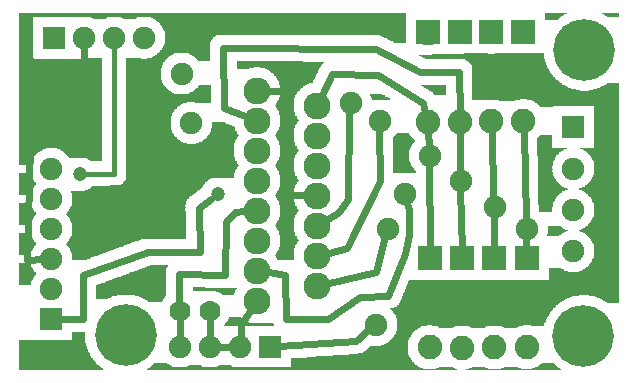
<source format=gbl>
G04 MADE WITH FRITZING*
G04 WWW.FRITZING.ORG*
G04 DOUBLE SIDED*
G04 HOLES PLATED*
G04 CONTOUR ON CENTER OF CONTOUR VECTOR*
%ASAXBY*%
%FSLAX23Y23*%
%MOIN*%
%OFA0B0*%
%SFA1.0B1.0*%
%ADD10C,0.075000*%
%ADD11C,0.090000*%
%ADD12C,0.082000*%
%ADD13C,0.070000*%
%ADD14C,0.205354*%
%ADD15C,0.047244*%
%ADD16R,0.075000X0.075000*%
%ADD17R,0.082000X0.082000*%
%ADD18C,0.024000*%
%ADD19C,0.016000*%
%LNCOPPER0*%
G90*
G70*
G54D10*
X77Y966D03*
X432Y297D03*
X1573Y1000D03*
G54D11*
X798Y936D03*
X998Y886D03*
X798Y836D03*
X998Y786D03*
X798Y736D03*
X998Y686D03*
X798Y636D03*
X998Y586D03*
X798Y536D03*
X998Y486D03*
X798Y436D03*
X998Y386D03*
X798Y336D03*
X998Y286D03*
X798Y236D03*
G54D10*
X1852Y814D03*
X1852Y676D03*
X1852Y539D03*
X1852Y401D03*
G54D12*
X1697Y378D03*
X1697Y80D03*
X1589Y378D03*
X1589Y80D03*
X1482Y377D03*
X1482Y79D03*
X1373Y378D03*
X1373Y80D03*
X1686Y1132D03*
X1686Y834D03*
X1579Y1132D03*
X1579Y834D03*
X1473Y1131D03*
X1473Y833D03*
X1367Y1129D03*
X1367Y831D03*
G54D10*
X841Y83D03*
X741Y83D03*
X641Y83D03*
X541Y83D03*
X122Y1112D03*
X222Y1112D03*
X322Y1112D03*
X422Y1112D03*
X112Y175D03*
X112Y275D03*
X112Y375D03*
X112Y475D03*
X112Y575D03*
X112Y675D03*
G54D13*
X641Y202D03*
X541Y202D03*
G54D14*
X1889Y1071D03*
X1886Y119D03*
X360Y121D03*
G54D10*
X1375Y719D03*
X1478Y634D03*
X1591Y547D03*
X1699Y475D03*
X1236Y476D03*
X1291Y593D03*
X1196Y156D03*
X1111Y894D03*
X1209Y836D03*
X579Y828D03*
X547Y993D03*
G54D15*
X667Y591D03*
X209Y657D03*
G54D16*
X1852Y814D03*
G54D17*
X1697Y379D03*
X1589Y379D03*
X1482Y378D03*
X1373Y379D03*
X1686Y1133D03*
X1579Y1133D03*
X1473Y1132D03*
X1367Y1130D03*
G54D16*
X841Y83D03*
X122Y1112D03*
X112Y175D03*
G54D18*
X1373Y410D02*
X1371Y695D01*
D02*
X1370Y752D02*
X1368Y799D01*
D02*
X1473Y667D02*
X1473Y801D01*
D02*
X1481Y409D02*
X1474Y609D01*
D02*
X1580Y802D02*
X1586Y580D01*
D02*
X1589Y410D02*
X1587Y523D01*
D02*
X1696Y411D02*
X1695Y451D01*
D02*
X1694Y508D02*
X1687Y802D01*
D02*
X1196Y330D02*
X1225Y453D01*
D02*
X1038Y295D02*
X1196Y330D01*
D02*
X1305Y538D02*
X1295Y570D01*
D02*
X1305Y456D02*
X1305Y538D01*
D02*
X1291Y391D02*
X1305Y456D01*
D02*
X1140Y247D02*
X1234Y253D01*
D02*
X1234Y253D02*
X1291Y391D01*
D02*
X1036Y174D02*
X1140Y247D01*
D02*
X896Y174D02*
X1036Y174D01*
D02*
X891Y323D02*
X896Y174D01*
D02*
X838Y330D02*
X891Y323D01*
D02*
X1049Y992D02*
X1016Y923D01*
D02*
X1202Y987D02*
X1049Y992D01*
D02*
X1351Y895D02*
X1202Y987D01*
D02*
X1359Y862D02*
X1351Y895D01*
D02*
X1127Y103D02*
X1171Y141D01*
D02*
X870Y85D02*
X1127Y103D01*
D02*
X901Y587D02*
X903Y934D01*
D02*
X903Y934D02*
X839Y935D01*
D02*
X956Y587D02*
X901Y587D01*
D02*
X670Y83D02*
X712Y83D01*
D02*
X746Y159D02*
X775Y202D01*
D02*
X743Y111D02*
X746Y159D01*
D02*
X1342Y999D02*
X1194Y1076D01*
D02*
X1194Y1076D02*
X685Y1079D01*
D02*
X685Y1079D02*
X689Y879D01*
D02*
X689Y879D02*
X759Y851D01*
D02*
X1472Y997D02*
X1342Y999D01*
D02*
X1473Y865D02*
X1472Y997D01*
D02*
X1100Y574D02*
X1106Y870D01*
D02*
X1071Y530D02*
X1100Y574D01*
D02*
X1033Y507D02*
X1071Y530D01*
D02*
X1207Y634D02*
X1205Y811D01*
D02*
X1098Y410D02*
X1207Y634D01*
D02*
X1038Y395D02*
X1098Y410D01*
D02*
X539Y324D02*
X692Y322D01*
D02*
X694Y497D02*
X724Y532D01*
D02*
X692Y322D02*
X694Y497D01*
D02*
X724Y532D02*
X756Y534D01*
D02*
X541Y111D02*
X539Y324D01*
D02*
X541Y176D02*
X541Y111D01*
D02*
X217Y320D02*
X217Y176D01*
D02*
X217Y176D02*
X141Y175D01*
D02*
X433Y399D02*
X217Y320D01*
D02*
X608Y399D02*
X433Y399D01*
D02*
X603Y544D02*
X608Y399D01*
D02*
X643Y575D02*
X603Y544D01*
D02*
X641Y176D02*
X641Y111D01*
G54D19*
D02*
X322Y659D02*
X231Y658D01*
D02*
X322Y1089D02*
X322Y659D01*
G54D18*
D02*
X258Y974D02*
X256Y762D01*
D02*
X32Y372D02*
X83Y374D01*
D02*
X40Y759D02*
X32Y372D01*
D02*
X256Y762D02*
X40Y759D01*
D02*
X220Y1010D02*
X258Y974D01*
D02*
X221Y1084D02*
X220Y1010D01*
G36*
X1758Y1196D02*
X1758Y1170D01*
X1798Y1170D01*
X1798Y1172D01*
X1800Y1172D01*
X1800Y1174D01*
X1802Y1174D01*
X1802Y1176D01*
X1804Y1176D01*
X1804Y1178D01*
X1808Y1178D01*
X1808Y1180D01*
X1810Y1180D01*
X1810Y1182D01*
X1812Y1182D01*
X1812Y1184D01*
X1816Y1184D01*
X1816Y1186D01*
X1818Y1186D01*
X1818Y1188D01*
X1822Y1188D01*
X1822Y1190D01*
X1826Y1190D01*
X1826Y1192D01*
X1830Y1192D01*
X1830Y1194D01*
X1834Y1194D01*
X1834Y1196D01*
X1758Y1196D01*
G37*
D02*
G36*
X1944Y1196D02*
X1944Y1194D01*
X1948Y1194D01*
X1948Y1192D01*
X1952Y1192D01*
X1952Y1190D01*
X1956Y1190D01*
X1956Y1188D01*
X1958Y1188D01*
X1958Y1186D01*
X1962Y1186D01*
X1962Y1184D01*
X1964Y1184D01*
X1964Y1182D01*
X2006Y1182D01*
X2006Y1196D01*
X1944Y1196D01*
G37*
D02*
G36*
X4Y1196D02*
X4Y1182D01*
X438Y1182D01*
X438Y1180D01*
X444Y1180D01*
X444Y1178D01*
X450Y1178D01*
X450Y1176D01*
X454Y1176D01*
X454Y1174D01*
X458Y1174D01*
X458Y1172D01*
X460Y1172D01*
X460Y1170D01*
X462Y1170D01*
X462Y1168D01*
X466Y1168D01*
X466Y1166D01*
X468Y1166D01*
X468Y1164D01*
X470Y1164D01*
X470Y1162D01*
X472Y1162D01*
X472Y1160D01*
X474Y1160D01*
X474Y1158D01*
X476Y1158D01*
X476Y1156D01*
X478Y1156D01*
X478Y1152D01*
X480Y1152D01*
X480Y1150D01*
X482Y1150D01*
X482Y1146D01*
X484Y1146D01*
X484Y1142D01*
X486Y1142D01*
X486Y1138D01*
X488Y1138D01*
X488Y1134D01*
X490Y1134D01*
X490Y1124D01*
X492Y1124D01*
X492Y1122D01*
X966Y1122D01*
X966Y1120D01*
X1208Y1120D01*
X1208Y1118D01*
X1214Y1118D01*
X1214Y1116D01*
X1218Y1116D01*
X1218Y1114D01*
X1222Y1114D01*
X1222Y1112D01*
X1226Y1112D01*
X1226Y1110D01*
X1230Y1110D01*
X1230Y1108D01*
X1234Y1108D01*
X1234Y1106D01*
X1238Y1106D01*
X1238Y1104D01*
X1242Y1104D01*
X1242Y1102D01*
X1246Y1102D01*
X1246Y1100D01*
X1250Y1100D01*
X1250Y1098D01*
X1254Y1098D01*
X1254Y1096D01*
X1294Y1096D01*
X1294Y1196D01*
X4Y1196D01*
G37*
D02*
G36*
X4Y1182D02*
X4Y1042D01*
X54Y1042D01*
X54Y1044D01*
X52Y1044D01*
X52Y1182D01*
X4Y1182D01*
G37*
D02*
G36*
X238Y1182D02*
X238Y1180D01*
X244Y1180D01*
X244Y1178D01*
X250Y1178D01*
X250Y1176D01*
X294Y1176D01*
X294Y1178D01*
X298Y1178D01*
X298Y1180D01*
X306Y1180D01*
X306Y1182D01*
X238Y1182D01*
G37*
D02*
G36*
X338Y1182D02*
X338Y1180D01*
X344Y1180D01*
X344Y1178D01*
X350Y1178D01*
X350Y1176D01*
X394Y1176D01*
X394Y1178D01*
X398Y1178D01*
X398Y1180D01*
X406Y1180D01*
X406Y1182D01*
X338Y1182D01*
G37*
D02*
G36*
X492Y1122D02*
X492Y1102D01*
X490Y1102D01*
X490Y1092D01*
X488Y1092D01*
X488Y1086D01*
X486Y1086D01*
X486Y1082D01*
X484Y1082D01*
X484Y1078D01*
X482Y1078D01*
X482Y1076D01*
X480Y1076D01*
X480Y1072D01*
X478Y1072D01*
X478Y1070D01*
X476Y1070D01*
X476Y1068D01*
X474Y1068D01*
X474Y1064D01*
X472Y1064D01*
X472Y1062D01*
X564Y1062D01*
X564Y1060D01*
X570Y1060D01*
X570Y1058D01*
X576Y1058D01*
X576Y1056D01*
X578Y1056D01*
X578Y1054D01*
X582Y1054D01*
X582Y1052D01*
X586Y1052D01*
X586Y1050D01*
X588Y1050D01*
X588Y1048D01*
X590Y1048D01*
X590Y1046D01*
X592Y1046D01*
X592Y1044D01*
X596Y1044D01*
X596Y1042D01*
X598Y1042D01*
X598Y1038D01*
X600Y1038D01*
X600Y1036D01*
X602Y1036D01*
X602Y1034D01*
X642Y1034D01*
X642Y1056D01*
X640Y1056D01*
X640Y1090D01*
X642Y1090D01*
X642Y1098D01*
X644Y1098D01*
X644Y1102D01*
X646Y1102D01*
X646Y1106D01*
X648Y1106D01*
X648Y1108D01*
X650Y1108D01*
X650Y1112D01*
X652Y1112D01*
X652Y1114D01*
X656Y1114D01*
X656Y1116D01*
X658Y1116D01*
X658Y1118D01*
X662Y1118D01*
X662Y1120D01*
X666Y1120D01*
X666Y1122D01*
X492Y1122D01*
G37*
D02*
G36*
X468Y1062D02*
X468Y1060D01*
X466Y1060D01*
X466Y1058D01*
X464Y1058D01*
X464Y1056D01*
X462Y1056D01*
X462Y1054D01*
X458Y1054D01*
X458Y1052D01*
X456Y1052D01*
X456Y1050D01*
X452Y1050D01*
X452Y1048D01*
X448Y1048D01*
X448Y1046D01*
X442Y1046D01*
X442Y1044D01*
X432Y1044D01*
X432Y1042D01*
X498Y1042D01*
X498Y1044D01*
X500Y1044D01*
X500Y1046D01*
X502Y1046D01*
X502Y1048D01*
X506Y1048D01*
X506Y1050D01*
X508Y1050D01*
X508Y1052D01*
X510Y1052D01*
X510Y1054D01*
X514Y1054D01*
X514Y1056D01*
X518Y1056D01*
X518Y1058D01*
X522Y1058D01*
X522Y1060D01*
X530Y1060D01*
X530Y1062D01*
X468Y1062D01*
G37*
D02*
G36*
X242Y1046D02*
X242Y1044D01*
X232Y1044D01*
X232Y1042D01*
X282Y1042D01*
X282Y1046D01*
X242Y1046D01*
G37*
D02*
G36*
X362Y1046D02*
X362Y1042D01*
X412Y1042D01*
X412Y1044D01*
X402Y1044D01*
X402Y1046D01*
X362Y1046D01*
G37*
D02*
G36*
X4Y1042D02*
X4Y1040D01*
X282Y1040D01*
X282Y1042D01*
X4Y1042D01*
G37*
D02*
G36*
X4Y1042D02*
X4Y1040D01*
X282Y1040D01*
X282Y1042D01*
X4Y1042D01*
G37*
D02*
G36*
X362Y1042D02*
X362Y1040D01*
X496Y1040D01*
X496Y1042D01*
X362Y1042D01*
G37*
D02*
G36*
X362Y1042D02*
X362Y1040D01*
X496Y1040D01*
X496Y1042D01*
X362Y1042D01*
G37*
D02*
G36*
X4Y1040D02*
X4Y744D01*
X130Y744D01*
X130Y742D01*
X136Y742D01*
X136Y740D01*
X140Y740D01*
X140Y738D01*
X144Y738D01*
X144Y736D01*
X148Y736D01*
X148Y734D01*
X150Y734D01*
X150Y732D01*
X154Y732D01*
X154Y730D01*
X156Y730D01*
X156Y728D01*
X158Y728D01*
X158Y726D01*
X160Y726D01*
X160Y724D01*
X162Y724D01*
X162Y722D01*
X164Y722D01*
X164Y720D01*
X166Y720D01*
X166Y718D01*
X168Y718D01*
X168Y716D01*
X170Y716D01*
X170Y712D01*
X226Y712D01*
X226Y710D01*
X232Y710D01*
X232Y708D01*
X236Y708D01*
X236Y706D01*
X238Y706D01*
X238Y704D01*
X242Y704D01*
X242Y702D01*
X282Y702D01*
X282Y1040D01*
X4Y1040D01*
G37*
D02*
G36*
X362Y1040D02*
X362Y924D01*
X528Y924D01*
X528Y926D01*
X522Y926D01*
X522Y928D01*
X516Y928D01*
X516Y930D01*
X514Y930D01*
X514Y932D01*
X510Y932D01*
X510Y934D01*
X506Y934D01*
X506Y936D01*
X504Y936D01*
X504Y938D01*
X502Y938D01*
X502Y940D01*
X500Y940D01*
X500Y942D01*
X498Y942D01*
X498Y944D01*
X496Y944D01*
X496Y946D01*
X494Y946D01*
X494Y948D01*
X492Y948D01*
X492Y950D01*
X490Y950D01*
X490Y952D01*
X488Y952D01*
X488Y956D01*
X486Y956D01*
X486Y960D01*
X484Y960D01*
X484Y962D01*
X482Y962D01*
X482Y968D01*
X480Y968D01*
X480Y972D01*
X478Y972D01*
X478Y1012D01*
X480Y1012D01*
X480Y1018D01*
X482Y1018D01*
X482Y1022D01*
X484Y1022D01*
X484Y1026D01*
X486Y1026D01*
X486Y1030D01*
X488Y1030D01*
X488Y1032D01*
X490Y1032D01*
X490Y1036D01*
X492Y1036D01*
X492Y1038D01*
X494Y1038D01*
X494Y1040D01*
X362Y1040D01*
G37*
D02*
G36*
X604Y954D02*
X604Y952D01*
X602Y952D01*
X602Y948D01*
X600Y948D01*
X600Y946D01*
X598Y946D01*
X598Y944D01*
X596Y944D01*
X596Y942D01*
X594Y942D01*
X594Y940D01*
X592Y940D01*
X592Y938D01*
X588Y938D01*
X588Y936D01*
X586Y936D01*
X586Y934D01*
X584Y934D01*
X584Y932D01*
X580Y932D01*
X580Y930D01*
X576Y930D01*
X576Y928D01*
X572Y928D01*
X572Y926D01*
X566Y926D01*
X566Y924D01*
X644Y924D01*
X644Y954D01*
X604Y954D01*
G37*
D02*
G36*
X362Y924D02*
X362Y922D01*
X644Y922D01*
X644Y924D01*
X362Y924D01*
G37*
D02*
G36*
X362Y924D02*
X362Y922D01*
X644Y922D01*
X644Y924D01*
X362Y924D01*
G37*
D02*
G36*
X362Y922D02*
X362Y898D01*
X592Y898D01*
X592Y896D01*
X600Y896D01*
X600Y894D01*
X644Y894D01*
X644Y922D01*
X362Y922D01*
G37*
D02*
G36*
X362Y898D02*
X362Y758D01*
X564Y758D01*
X564Y760D01*
X558Y760D01*
X558Y762D01*
X552Y762D01*
X552Y764D01*
X548Y764D01*
X548Y766D01*
X544Y766D01*
X544Y768D01*
X542Y768D01*
X542Y770D01*
X538Y770D01*
X538Y772D01*
X536Y772D01*
X536Y774D01*
X534Y774D01*
X534Y776D01*
X532Y776D01*
X532Y778D01*
X530Y778D01*
X530Y780D01*
X528Y780D01*
X528Y782D01*
X526Y782D01*
X526Y784D01*
X524Y784D01*
X524Y786D01*
X522Y786D01*
X522Y788D01*
X520Y788D01*
X520Y792D01*
X518Y792D01*
X518Y796D01*
X516Y796D01*
X516Y800D01*
X514Y800D01*
X514Y804D01*
X512Y804D01*
X512Y810D01*
X510Y810D01*
X510Y846D01*
X512Y846D01*
X512Y852D01*
X514Y852D01*
X514Y856D01*
X516Y856D01*
X516Y860D01*
X518Y860D01*
X518Y864D01*
X520Y864D01*
X520Y866D01*
X522Y866D01*
X522Y870D01*
X524Y870D01*
X524Y872D01*
X526Y872D01*
X526Y874D01*
X528Y874D01*
X528Y876D01*
X530Y876D01*
X530Y878D01*
X532Y878D01*
X532Y880D01*
X534Y880D01*
X534Y882D01*
X536Y882D01*
X536Y884D01*
X538Y884D01*
X538Y886D01*
X542Y886D01*
X542Y888D01*
X544Y888D01*
X544Y890D01*
X548Y890D01*
X548Y892D01*
X552Y892D01*
X552Y894D01*
X558Y894D01*
X558Y896D01*
X566Y896D01*
X566Y898D01*
X362Y898D01*
G37*
D02*
G36*
X648Y830D02*
X648Y810D01*
X646Y810D01*
X646Y802D01*
X644Y802D01*
X644Y798D01*
X642Y798D01*
X642Y794D01*
X640Y794D01*
X640Y792D01*
X638Y792D01*
X638Y788D01*
X636Y788D01*
X636Y786D01*
X634Y786D01*
X634Y784D01*
X632Y784D01*
X632Y782D01*
X630Y782D01*
X630Y778D01*
X628Y778D01*
X628Y776D01*
X624Y776D01*
X624Y774D01*
X622Y774D01*
X622Y772D01*
X620Y772D01*
X620Y770D01*
X618Y770D01*
X618Y768D01*
X614Y768D01*
X614Y766D01*
X610Y766D01*
X610Y764D01*
X606Y764D01*
X606Y762D01*
X602Y762D01*
X602Y760D01*
X594Y760D01*
X594Y758D01*
X722Y758D01*
X722Y760D01*
X724Y760D01*
X724Y764D01*
X726Y764D01*
X726Y770D01*
X728Y770D01*
X728Y774D01*
X730Y774D01*
X730Y776D01*
X732Y776D01*
X732Y780D01*
X734Y780D01*
X734Y782D01*
X736Y782D01*
X736Y784D01*
X738Y784D01*
X738Y788D01*
X736Y788D01*
X736Y790D01*
X734Y790D01*
X734Y792D01*
X732Y792D01*
X732Y796D01*
X730Y796D01*
X730Y800D01*
X728Y800D01*
X728Y802D01*
X726Y802D01*
X726Y808D01*
X724Y808D01*
X724Y814D01*
X722Y814D01*
X722Y816D01*
X720Y816D01*
X720Y818D01*
X714Y818D01*
X714Y820D01*
X710Y820D01*
X710Y822D01*
X704Y822D01*
X704Y824D01*
X700Y824D01*
X700Y826D01*
X694Y826D01*
X694Y828D01*
X690Y828D01*
X690Y830D01*
X648Y830D01*
G37*
D02*
G36*
X362Y758D02*
X362Y756D01*
X722Y756D01*
X722Y758D01*
X362Y758D01*
G37*
D02*
G36*
X362Y758D02*
X362Y756D01*
X722Y756D01*
X722Y758D01*
X362Y758D01*
G37*
D02*
G36*
X362Y756D02*
X362Y644D01*
X360Y644D01*
X360Y638D01*
X358Y638D01*
X358Y634D01*
X356Y634D01*
X356Y632D01*
X354Y632D01*
X354Y630D01*
X352Y630D01*
X352Y628D01*
X350Y628D01*
X350Y626D01*
X348Y626D01*
X348Y624D01*
X344Y624D01*
X344Y622D01*
X340Y622D01*
X340Y620D01*
X308Y620D01*
X308Y618D01*
X248Y618D01*
X248Y616D01*
X246Y616D01*
X246Y614D01*
X244Y614D01*
X244Y612D01*
X242Y612D01*
X242Y610D01*
X240Y610D01*
X240Y608D01*
X236Y608D01*
X236Y606D01*
X232Y606D01*
X232Y604D01*
X226Y604D01*
X226Y602D01*
X178Y602D01*
X178Y596D01*
X180Y596D01*
X180Y588D01*
X182Y588D01*
X182Y562D01*
X180Y562D01*
X180Y552D01*
X178Y552D01*
X178Y548D01*
X176Y548D01*
X176Y544D01*
X174Y544D01*
X174Y540D01*
X172Y540D01*
X172Y536D01*
X170Y536D01*
X170Y534D01*
X168Y534D01*
X168Y532D01*
X166Y532D01*
X166Y530D01*
X164Y530D01*
X164Y526D01*
X162Y526D01*
X162Y522D01*
X164Y522D01*
X164Y520D01*
X166Y520D01*
X166Y518D01*
X168Y518D01*
X168Y516D01*
X170Y516D01*
X170Y512D01*
X172Y512D01*
X172Y510D01*
X174Y510D01*
X174Y506D01*
X176Y506D01*
X176Y502D01*
X178Y502D01*
X178Y496D01*
X180Y496D01*
X180Y488D01*
X182Y488D01*
X182Y462D01*
X180Y462D01*
X180Y452D01*
X178Y452D01*
X178Y448D01*
X176Y448D01*
X176Y444D01*
X174Y444D01*
X174Y440D01*
X172Y440D01*
X172Y436D01*
X170Y436D01*
X170Y434D01*
X168Y434D01*
X168Y432D01*
X166Y432D01*
X166Y430D01*
X164Y430D01*
X164Y426D01*
X162Y426D01*
X162Y422D01*
X164Y422D01*
X164Y420D01*
X166Y420D01*
X166Y418D01*
X168Y418D01*
X168Y416D01*
X170Y416D01*
X170Y412D01*
X172Y412D01*
X172Y410D01*
X174Y410D01*
X174Y406D01*
X176Y406D01*
X176Y402D01*
X178Y402D01*
X178Y396D01*
X180Y396D01*
X180Y388D01*
X182Y388D01*
X182Y370D01*
X224Y370D01*
X224Y372D01*
X230Y372D01*
X230Y374D01*
X234Y374D01*
X234Y376D01*
X240Y376D01*
X240Y378D01*
X246Y378D01*
X246Y380D01*
X252Y380D01*
X252Y382D01*
X256Y382D01*
X256Y384D01*
X262Y384D01*
X262Y386D01*
X268Y386D01*
X268Y388D01*
X274Y388D01*
X274Y390D01*
X278Y390D01*
X278Y392D01*
X284Y392D01*
X284Y394D01*
X290Y394D01*
X290Y396D01*
X294Y396D01*
X294Y398D01*
X300Y398D01*
X300Y400D01*
X306Y400D01*
X306Y402D01*
X312Y402D01*
X312Y404D01*
X316Y404D01*
X316Y406D01*
X322Y406D01*
X322Y408D01*
X328Y408D01*
X328Y410D01*
X332Y410D01*
X332Y412D01*
X338Y412D01*
X338Y414D01*
X344Y414D01*
X344Y416D01*
X350Y416D01*
X350Y418D01*
X354Y418D01*
X354Y420D01*
X360Y420D01*
X360Y422D01*
X366Y422D01*
X366Y424D01*
X372Y424D01*
X372Y426D01*
X376Y426D01*
X376Y428D01*
X382Y428D01*
X382Y430D01*
X388Y430D01*
X388Y432D01*
X392Y432D01*
X392Y434D01*
X398Y434D01*
X398Y436D01*
X404Y436D01*
X404Y438D01*
X410Y438D01*
X410Y440D01*
X414Y440D01*
X414Y442D01*
X562Y442D01*
X562Y476D01*
X560Y476D01*
X560Y534D01*
X558Y534D01*
X558Y540D01*
X560Y540D01*
X560Y542D01*
X558Y542D01*
X558Y546D01*
X560Y546D01*
X560Y548D01*
X558Y548D01*
X558Y554D01*
X560Y554D01*
X560Y564D01*
X562Y564D01*
X562Y568D01*
X564Y568D01*
X564Y572D01*
X566Y572D01*
X566Y574D01*
X568Y574D01*
X568Y576D01*
X570Y576D01*
X570Y578D01*
X572Y578D01*
X572Y580D01*
X574Y580D01*
X574Y582D01*
X576Y582D01*
X576Y584D01*
X580Y584D01*
X580Y586D01*
X582Y586D01*
X582Y588D01*
X584Y588D01*
X584Y590D01*
X586Y590D01*
X586Y592D01*
X590Y592D01*
X590Y594D01*
X592Y594D01*
X592Y596D01*
X594Y596D01*
X594Y598D01*
X598Y598D01*
X598Y600D01*
X600Y600D01*
X600Y602D01*
X602Y602D01*
X602Y604D01*
X606Y604D01*
X606Y606D01*
X608Y606D01*
X608Y608D01*
X610Y608D01*
X610Y610D01*
X614Y610D01*
X614Y612D01*
X616Y612D01*
X616Y616D01*
X618Y616D01*
X618Y620D01*
X620Y620D01*
X620Y624D01*
X622Y624D01*
X622Y626D01*
X624Y626D01*
X624Y628D01*
X626Y628D01*
X626Y630D01*
X628Y630D01*
X628Y632D01*
X630Y632D01*
X630Y634D01*
X632Y634D01*
X632Y636D01*
X634Y636D01*
X634Y638D01*
X638Y638D01*
X638Y640D01*
X640Y640D01*
X640Y642D01*
X644Y642D01*
X644Y644D01*
X650Y644D01*
X650Y646D01*
X720Y646D01*
X720Y650D01*
X722Y650D01*
X722Y660D01*
X724Y660D01*
X724Y664D01*
X726Y664D01*
X726Y670D01*
X728Y670D01*
X728Y674D01*
X730Y674D01*
X730Y676D01*
X732Y676D01*
X732Y680D01*
X734Y680D01*
X734Y682D01*
X736Y682D01*
X736Y684D01*
X738Y684D01*
X738Y688D01*
X736Y688D01*
X736Y690D01*
X734Y690D01*
X734Y692D01*
X732Y692D01*
X732Y696D01*
X730Y696D01*
X730Y700D01*
X728Y700D01*
X728Y702D01*
X726Y702D01*
X726Y708D01*
X724Y708D01*
X724Y714D01*
X722Y714D01*
X722Y722D01*
X720Y722D01*
X720Y750D01*
X722Y750D01*
X722Y756D01*
X362Y756D01*
G37*
D02*
G36*
X4Y744D02*
X4Y688D01*
X44Y688D01*
X44Y696D01*
X46Y696D01*
X46Y702D01*
X48Y702D01*
X48Y706D01*
X50Y706D01*
X50Y710D01*
X52Y710D01*
X52Y712D01*
X54Y712D01*
X54Y716D01*
X56Y716D01*
X56Y718D01*
X58Y718D01*
X58Y720D01*
X60Y720D01*
X60Y722D01*
X62Y722D01*
X62Y724D01*
X64Y724D01*
X64Y726D01*
X66Y726D01*
X66Y728D01*
X68Y728D01*
X68Y730D01*
X70Y730D01*
X70Y732D01*
X74Y732D01*
X74Y734D01*
X76Y734D01*
X76Y736D01*
X80Y736D01*
X80Y738D01*
X84Y738D01*
X84Y740D01*
X88Y740D01*
X88Y742D01*
X94Y742D01*
X94Y744D01*
X4Y744D01*
G37*
D02*
G36*
X730Y1034D02*
X730Y1014D01*
X808Y1014D01*
X808Y1012D01*
X820Y1012D01*
X820Y1010D01*
X826Y1010D01*
X826Y1008D01*
X830Y1008D01*
X830Y1006D01*
X834Y1006D01*
X834Y1004D01*
X838Y1004D01*
X838Y1002D01*
X840Y1002D01*
X840Y1000D01*
X842Y1000D01*
X842Y998D01*
X846Y998D01*
X846Y996D01*
X848Y996D01*
X848Y994D01*
X850Y994D01*
X850Y992D01*
X852Y992D01*
X852Y990D01*
X854Y990D01*
X854Y988D01*
X856Y988D01*
X856Y986D01*
X858Y986D01*
X858Y984D01*
X860Y984D01*
X860Y980D01*
X862Y980D01*
X862Y978D01*
X864Y978D01*
X864Y974D01*
X866Y974D01*
X866Y972D01*
X868Y972D01*
X868Y968D01*
X870Y968D01*
X870Y962D01*
X872Y962D01*
X872Y956D01*
X874Y956D01*
X874Y916D01*
X872Y916D01*
X872Y910D01*
X870Y910D01*
X870Y906D01*
X868Y906D01*
X868Y902D01*
X866Y902D01*
X866Y898D01*
X864Y898D01*
X864Y894D01*
X862Y894D01*
X862Y892D01*
X860Y892D01*
X860Y888D01*
X858Y888D01*
X858Y884D01*
X860Y884D01*
X860Y880D01*
X862Y880D01*
X862Y878D01*
X864Y878D01*
X864Y874D01*
X866Y874D01*
X866Y872D01*
X868Y872D01*
X868Y868D01*
X870Y868D01*
X870Y862D01*
X872Y862D01*
X872Y856D01*
X874Y856D01*
X874Y816D01*
X872Y816D01*
X872Y810D01*
X870Y810D01*
X870Y806D01*
X868Y806D01*
X868Y802D01*
X866Y802D01*
X866Y798D01*
X864Y798D01*
X864Y794D01*
X862Y794D01*
X862Y792D01*
X860Y792D01*
X860Y788D01*
X858Y788D01*
X858Y784D01*
X860Y784D01*
X860Y780D01*
X862Y780D01*
X862Y778D01*
X864Y778D01*
X864Y774D01*
X866Y774D01*
X866Y772D01*
X868Y772D01*
X868Y768D01*
X870Y768D01*
X870Y762D01*
X872Y762D01*
X872Y756D01*
X874Y756D01*
X874Y716D01*
X872Y716D01*
X872Y710D01*
X870Y710D01*
X870Y706D01*
X868Y706D01*
X868Y702D01*
X866Y702D01*
X866Y698D01*
X864Y698D01*
X864Y694D01*
X862Y694D01*
X862Y692D01*
X860Y692D01*
X860Y688D01*
X858Y688D01*
X858Y684D01*
X860Y684D01*
X860Y680D01*
X862Y680D01*
X862Y678D01*
X864Y678D01*
X864Y674D01*
X866Y674D01*
X866Y672D01*
X868Y672D01*
X868Y668D01*
X870Y668D01*
X870Y662D01*
X872Y662D01*
X872Y656D01*
X874Y656D01*
X874Y616D01*
X872Y616D01*
X872Y610D01*
X870Y610D01*
X870Y606D01*
X868Y606D01*
X868Y602D01*
X866Y602D01*
X866Y598D01*
X864Y598D01*
X864Y594D01*
X862Y594D01*
X862Y592D01*
X860Y592D01*
X860Y588D01*
X858Y588D01*
X858Y584D01*
X860Y584D01*
X860Y580D01*
X862Y580D01*
X862Y578D01*
X864Y578D01*
X864Y574D01*
X866Y574D01*
X866Y572D01*
X868Y572D01*
X868Y568D01*
X870Y568D01*
X870Y562D01*
X872Y562D01*
X872Y556D01*
X874Y556D01*
X874Y516D01*
X872Y516D01*
X872Y510D01*
X870Y510D01*
X870Y506D01*
X868Y506D01*
X868Y502D01*
X866Y502D01*
X866Y498D01*
X864Y498D01*
X864Y494D01*
X862Y494D01*
X862Y492D01*
X860Y492D01*
X860Y488D01*
X858Y488D01*
X858Y484D01*
X860Y484D01*
X860Y480D01*
X862Y480D01*
X862Y478D01*
X864Y478D01*
X864Y474D01*
X866Y474D01*
X866Y472D01*
X868Y472D01*
X868Y468D01*
X870Y468D01*
X870Y462D01*
X872Y462D01*
X872Y456D01*
X874Y456D01*
X874Y416D01*
X872Y416D01*
X872Y410D01*
X870Y410D01*
X870Y406D01*
X868Y406D01*
X868Y402D01*
X866Y402D01*
X866Y398D01*
X864Y398D01*
X864Y394D01*
X862Y394D01*
X862Y392D01*
X860Y392D01*
X860Y388D01*
X858Y388D01*
X858Y384D01*
X860Y384D01*
X860Y380D01*
X862Y380D01*
X862Y378D01*
X864Y378D01*
X864Y374D01*
X866Y374D01*
X866Y372D01*
X872Y372D01*
X872Y370D01*
X922Y370D01*
X922Y372D01*
X920Y372D01*
X920Y400D01*
X922Y400D01*
X922Y410D01*
X924Y410D01*
X924Y414D01*
X926Y414D01*
X926Y420D01*
X928Y420D01*
X928Y424D01*
X930Y424D01*
X930Y426D01*
X932Y426D01*
X932Y430D01*
X934Y430D01*
X934Y432D01*
X936Y432D01*
X936Y434D01*
X938Y434D01*
X938Y438D01*
X936Y438D01*
X936Y440D01*
X934Y440D01*
X934Y442D01*
X932Y442D01*
X932Y446D01*
X930Y446D01*
X930Y450D01*
X928Y450D01*
X928Y452D01*
X926Y452D01*
X926Y458D01*
X924Y458D01*
X924Y464D01*
X922Y464D01*
X922Y472D01*
X920Y472D01*
X920Y500D01*
X922Y500D01*
X922Y510D01*
X924Y510D01*
X924Y514D01*
X926Y514D01*
X926Y520D01*
X928Y520D01*
X928Y524D01*
X930Y524D01*
X930Y526D01*
X932Y526D01*
X932Y530D01*
X934Y530D01*
X934Y532D01*
X936Y532D01*
X936Y534D01*
X938Y534D01*
X938Y538D01*
X936Y538D01*
X936Y540D01*
X934Y540D01*
X934Y542D01*
X932Y542D01*
X932Y546D01*
X930Y546D01*
X930Y550D01*
X928Y550D01*
X928Y552D01*
X926Y552D01*
X926Y558D01*
X924Y558D01*
X924Y564D01*
X922Y564D01*
X922Y572D01*
X920Y572D01*
X920Y600D01*
X922Y600D01*
X922Y610D01*
X924Y610D01*
X924Y614D01*
X926Y614D01*
X926Y620D01*
X928Y620D01*
X928Y624D01*
X930Y624D01*
X930Y626D01*
X932Y626D01*
X932Y630D01*
X934Y630D01*
X934Y632D01*
X936Y632D01*
X936Y634D01*
X938Y634D01*
X938Y638D01*
X936Y638D01*
X936Y640D01*
X934Y640D01*
X934Y642D01*
X932Y642D01*
X932Y646D01*
X930Y646D01*
X930Y650D01*
X928Y650D01*
X928Y652D01*
X926Y652D01*
X926Y658D01*
X924Y658D01*
X924Y664D01*
X922Y664D01*
X922Y672D01*
X920Y672D01*
X920Y700D01*
X922Y700D01*
X922Y710D01*
X924Y710D01*
X924Y714D01*
X926Y714D01*
X926Y720D01*
X928Y720D01*
X928Y724D01*
X930Y724D01*
X930Y726D01*
X932Y726D01*
X932Y730D01*
X934Y730D01*
X934Y732D01*
X936Y732D01*
X936Y734D01*
X938Y734D01*
X938Y738D01*
X936Y738D01*
X936Y740D01*
X934Y740D01*
X934Y742D01*
X932Y742D01*
X932Y746D01*
X930Y746D01*
X930Y750D01*
X928Y750D01*
X928Y752D01*
X926Y752D01*
X926Y758D01*
X924Y758D01*
X924Y764D01*
X922Y764D01*
X922Y772D01*
X920Y772D01*
X920Y800D01*
X922Y800D01*
X922Y810D01*
X924Y810D01*
X924Y814D01*
X926Y814D01*
X926Y820D01*
X928Y820D01*
X928Y824D01*
X930Y824D01*
X930Y826D01*
X932Y826D01*
X932Y830D01*
X934Y830D01*
X934Y832D01*
X936Y832D01*
X936Y834D01*
X938Y834D01*
X938Y838D01*
X936Y838D01*
X936Y840D01*
X934Y840D01*
X934Y842D01*
X932Y842D01*
X932Y846D01*
X930Y846D01*
X930Y850D01*
X928Y850D01*
X928Y852D01*
X926Y852D01*
X926Y858D01*
X924Y858D01*
X924Y864D01*
X922Y864D01*
X922Y872D01*
X920Y872D01*
X920Y900D01*
X922Y900D01*
X922Y910D01*
X924Y910D01*
X924Y914D01*
X926Y914D01*
X926Y920D01*
X928Y920D01*
X928Y924D01*
X930Y924D01*
X930Y926D01*
X932Y926D01*
X932Y930D01*
X934Y930D01*
X934Y932D01*
X936Y932D01*
X936Y934D01*
X938Y934D01*
X938Y936D01*
X940Y936D01*
X940Y940D01*
X942Y940D01*
X942Y942D01*
X944Y942D01*
X944Y944D01*
X948Y944D01*
X948Y946D01*
X950Y946D01*
X950Y948D01*
X952Y948D01*
X952Y950D01*
X954Y950D01*
X954Y952D01*
X958Y952D01*
X958Y954D01*
X962Y954D01*
X962Y956D01*
X966Y956D01*
X966Y958D01*
X970Y958D01*
X970Y960D01*
X976Y960D01*
X976Y962D01*
X984Y962D01*
X984Y966D01*
X986Y966D01*
X986Y970D01*
X988Y970D01*
X988Y974D01*
X990Y974D01*
X990Y978D01*
X992Y978D01*
X992Y982D01*
X994Y982D01*
X994Y986D01*
X996Y986D01*
X996Y990D01*
X998Y990D01*
X998Y994D01*
X1000Y994D01*
X1000Y1000D01*
X1002Y1000D01*
X1002Y1004D01*
X1004Y1004D01*
X1004Y1008D01*
X1006Y1008D01*
X1006Y1012D01*
X1008Y1012D01*
X1008Y1016D01*
X1010Y1016D01*
X1010Y1018D01*
X1012Y1018D01*
X1012Y1022D01*
X1014Y1022D01*
X1014Y1024D01*
X1016Y1024D01*
X1016Y1026D01*
X1018Y1026D01*
X1018Y1028D01*
X1020Y1028D01*
X1020Y1030D01*
X1024Y1030D01*
X1024Y1032D01*
X950Y1032D01*
X950Y1034D01*
X730Y1034D01*
G37*
D02*
G36*
X730Y1014D02*
X730Y1008D01*
X770Y1008D01*
X770Y1010D01*
X776Y1010D01*
X776Y1012D01*
X788Y1012D01*
X788Y1014D01*
X730Y1014D01*
G37*
D02*
G36*
X1346Y954D02*
X1346Y952D01*
X1350Y952D01*
X1350Y950D01*
X1352Y950D01*
X1352Y948D01*
X1356Y948D01*
X1356Y946D01*
X1360Y946D01*
X1360Y944D01*
X1362Y944D01*
X1362Y942D01*
X1366Y942D01*
X1366Y940D01*
X1368Y940D01*
X1368Y938D01*
X1372Y938D01*
X1372Y936D01*
X1376Y936D01*
X1376Y934D01*
X1378Y934D01*
X1378Y932D01*
X1382Y932D01*
X1382Y930D01*
X1384Y930D01*
X1384Y928D01*
X1386Y928D01*
X1386Y924D01*
X1388Y924D01*
X1388Y922D01*
X1428Y922D01*
X1428Y954D01*
X1346Y954D01*
G37*
D02*
G36*
X1174Y926D02*
X1174Y922D01*
X1176Y922D01*
X1176Y918D01*
X1178Y918D01*
X1178Y912D01*
X1180Y912D01*
X1180Y906D01*
X1242Y906D01*
X1242Y908D01*
X1240Y908D01*
X1240Y910D01*
X1236Y910D01*
X1236Y912D01*
X1234Y912D01*
X1234Y914D01*
X1230Y914D01*
X1230Y916D01*
X1226Y916D01*
X1226Y918D01*
X1224Y918D01*
X1224Y920D01*
X1220Y920D01*
X1220Y922D01*
X1216Y922D01*
X1216Y924D01*
X1214Y924D01*
X1214Y926D01*
X1174Y926D01*
G37*
D02*
G36*
X1264Y794D02*
X1264Y792D01*
X1262Y792D01*
X1262Y790D01*
X1260Y790D01*
X1260Y788D01*
X1258Y788D01*
X1258Y786D01*
X1256Y786D01*
X1256Y784D01*
X1254Y784D01*
X1254Y782D01*
X1252Y782D01*
X1252Y780D01*
X1250Y780D01*
X1250Y662D01*
X1328Y662D01*
X1328Y668D01*
X1326Y668D01*
X1326Y670D01*
X1324Y670D01*
X1324Y672D01*
X1322Y672D01*
X1322Y674D01*
X1320Y674D01*
X1320Y678D01*
X1318Y678D01*
X1318Y680D01*
X1316Y680D01*
X1316Y682D01*
X1314Y682D01*
X1314Y686D01*
X1312Y686D01*
X1312Y690D01*
X1310Y690D01*
X1310Y694D01*
X1308Y694D01*
X1308Y700D01*
X1306Y700D01*
X1306Y738D01*
X1308Y738D01*
X1308Y744D01*
X1310Y744D01*
X1310Y748D01*
X1312Y748D01*
X1312Y752D01*
X1314Y752D01*
X1314Y756D01*
X1316Y756D01*
X1316Y758D01*
X1318Y758D01*
X1318Y762D01*
X1320Y762D01*
X1320Y764D01*
X1322Y764D01*
X1322Y766D01*
X1324Y766D01*
X1324Y772D01*
X1322Y772D01*
X1322Y774D01*
X1320Y774D01*
X1320Y776D01*
X1318Y776D01*
X1318Y778D01*
X1316Y778D01*
X1316Y780D01*
X1314Y780D01*
X1314Y782D01*
X1312Y782D01*
X1312Y784D01*
X1310Y784D01*
X1310Y786D01*
X1308Y786D01*
X1308Y788D01*
X1306Y788D01*
X1306Y792D01*
X1304Y792D01*
X1304Y794D01*
X1264Y794D01*
G37*
D02*
G36*
X1742Y788D02*
X1742Y786D01*
X1740Y786D01*
X1740Y784D01*
X1738Y784D01*
X1738Y782D01*
X1736Y782D01*
X1736Y780D01*
X1734Y780D01*
X1734Y778D01*
X1732Y778D01*
X1732Y718D01*
X1734Y718D01*
X1734Y636D01*
X1736Y636D01*
X1736Y556D01*
X1738Y556D01*
X1738Y532D01*
X1742Y532D01*
X1742Y530D01*
X1782Y530D01*
X1782Y534D01*
X1784Y534D01*
X1784Y536D01*
X1782Y536D01*
X1782Y548D01*
X1784Y548D01*
X1784Y560D01*
X1786Y560D01*
X1786Y564D01*
X1788Y564D01*
X1788Y568D01*
X1790Y568D01*
X1790Y572D01*
X1792Y572D01*
X1792Y576D01*
X1794Y576D01*
X1794Y578D01*
X1796Y578D01*
X1796Y582D01*
X1798Y582D01*
X1798Y584D01*
X1800Y584D01*
X1800Y586D01*
X1802Y586D01*
X1802Y588D01*
X1804Y588D01*
X1804Y590D01*
X1806Y590D01*
X1806Y592D01*
X1808Y592D01*
X1808Y594D01*
X1812Y594D01*
X1812Y596D01*
X1814Y596D01*
X1814Y598D01*
X1816Y598D01*
X1816Y600D01*
X1820Y600D01*
X1820Y602D01*
X1824Y602D01*
X1824Y604D01*
X1828Y604D01*
X1828Y606D01*
X1836Y606D01*
X1836Y608D01*
X1832Y608D01*
X1832Y610D01*
X1826Y610D01*
X1826Y612D01*
X1822Y612D01*
X1822Y614D01*
X1818Y614D01*
X1818Y616D01*
X1816Y616D01*
X1816Y618D01*
X1812Y618D01*
X1812Y620D01*
X1810Y620D01*
X1810Y622D01*
X1808Y622D01*
X1808Y624D01*
X1806Y624D01*
X1806Y626D01*
X1804Y626D01*
X1804Y628D01*
X1802Y628D01*
X1802Y630D01*
X1800Y630D01*
X1800Y632D01*
X1798Y632D01*
X1798Y634D01*
X1796Y634D01*
X1796Y636D01*
X1794Y636D01*
X1794Y640D01*
X1792Y640D01*
X1792Y642D01*
X1790Y642D01*
X1790Y646D01*
X1788Y646D01*
X1788Y650D01*
X1786Y650D01*
X1786Y656D01*
X1784Y656D01*
X1784Y666D01*
X1782Y666D01*
X1782Y672D01*
X1784Y672D01*
X1784Y674D01*
X1782Y674D01*
X1782Y686D01*
X1784Y686D01*
X1784Y696D01*
X1786Y696D01*
X1786Y702D01*
X1788Y702D01*
X1788Y706D01*
X1790Y706D01*
X1790Y710D01*
X1792Y710D01*
X1792Y714D01*
X1794Y714D01*
X1794Y716D01*
X1796Y716D01*
X1796Y720D01*
X1798Y720D01*
X1798Y722D01*
X1800Y722D01*
X1800Y724D01*
X1802Y724D01*
X1802Y726D01*
X1804Y726D01*
X1804Y728D01*
X1806Y728D01*
X1806Y730D01*
X1808Y730D01*
X1808Y732D01*
X1812Y732D01*
X1812Y734D01*
X1814Y734D01*
X1814Y736D01*
X1818Y736D01*
X1818Y738D01*
X1820Y738D01*
X1820Y740D01*
X1824Y740D01*
X1824Y742D01*
X1830Y742D01*
X1830Y744D01*
X1784Y744D01*
X1784Y746D01*
X1782Y746D01*
X1782Y788D01*
X1742Y788D01*
G37*
D02*
G36*
X4Y662D02*
X4Y588D01*
X44Y588D01*
X44Y596D01*
X46Y596D01*
X46Y602D01*
X48Y602D01*
X48Y606D01*
X50Y606D01*
X50Y610D01*
X52Y610D01*
X52Y612D01*
X54Y612D01*
X54Y616D01*
X56Y616D01*
X56Y618D01*
X58Y618D01*
X58Y620D01*
X60Y620D01*
X60Y622D01*
X62Y622D01*
X62Y624D01*
X64Y624D01*
X64Y626D01*
X62Y626D01*
X62Y628D01*
X60Y628D01*
X60Y630D01*
X58Y630D01*
X58Y632D01*
X56Y632D01*
X56Y634D01*
X54Y634D01*
X54Y638D01*
X52Y638D01*
X52Y640D01*
X50Y640D01*
X50Y644D01*
X48Y644D01*
X48Y648D01*
X46Y648D01*
X46Y654D01*
X44Y654D01*
X44Y662D01*
X4Y662D01*
G37*
D02*
G36*
X4Y562D02*
X4Y488D01*
X44Y488D01*
X44Y496D01*
X46Y496D01*
X46Y502D01*
X48Y502D01*
X48Y506D01*
X50Y506D01*
X50Y510D01*
X52Y510D01*
X52Y512D01*
X54Y512D01*
X54Y516D01*
X56Y516D01*
X56Y518D01*
X58Y518D01*
X58Y520D01*
X60Y520D01*
X60Y522D01*
X62Y522D01*
X62Y524D01*
X64Y524D01*
X64Y526D01*
X62Y526D01*
X62Y528D01*
X60Y528D01*
X60Y530D01*
X58Y530D01*
X58Y532D01*
X56Y532D01*
X56Y534D01*
X54Y534D01*
X54Y538D01*
X52Y538D01*
X52Y540D01*
X50Y540D01*
X50Y544D01*
X48Y544D01*
X48Y548D01*
X46Y548D01*
X46Y554D01*
X44Y554D01*
X44Y562D01*
X4Y562D01*
G37*
D02*
G36*
X1768Y486D02*
X1768Y458D01*
X1766Y458D01*
X1766Y452D01*
X1806Y452D01*
X1806Y454D01*
X1808Y454D01*
X1808Y456D01*
X1810Y456D01*
X1810Y458D01*
X1814Y458D01*
X1814Y460D01*
X1816Y460D01*
X1816Y462D01*
X1820Y462D01*
X1820Y464D01*
X1824Y464D01*
X1824Y466D01*
X1828Y466D01*
X1828Y468D01*
X1834Y468D01*
X1834Y470D01*
X1832Y470D01*
X1832Y472D01*
X1826Y472D01*
X1826Y474D01*
X1822Y474D01*
X1822Y476D01*
X1818Y476D01*
X1818Y478D01*
X1816Y478D01*
X1816Y480D01*
X1812Y480D01*
X1812Y482D01*
X1810Y482D01*
X1810Y484D01*
X1808Y484D01*
X1808Y486D01*
X1768Y486D01*
G37*
D02*
G36*
X4Y462D02*
X4Y388D01*
X44Y388D01*
X44Y396D01*
X46Y396D01*
X46Y402D01*
X48Y402D01*
X48Y406D01*
X50Y406D01*
X50Y410D01*
X52Y410D01*
X52Y412D01*
X54Y412D01*
X54Y416D01*
X56Y416D01*
X56Y418D01*
X58Y418D01*
X58Y420D01*
X60Y420D01*
X60Y422D01*
X62Y422D01*
X62Y424D01*
X64Y424D01*
X64Y426D01*
X62Y426D01*
X62Y428D01*
X60Y428D01*
X60Y430D01*
X58Y430D01*
X58Y432D01*
X56Y432D01*
X56Y434D01*
X54Y434D01*
X54Y438D01*
X52Y438D01*
X52Y440D01*
X50Y440D01*
X50Y444D01*
X48Y444D01*
X48Y448D01*
X46Y448D01*
X46Y454D01*
X44Y454D01*
X44Y462D01*
X4Y462D01*
G37*
D02*
G36*
X4Y362D02*
X4Y288D01*
X44Y288D01*
X44Y296D01*
X46Y296D01*
X46Y302D01*
X48Y302D01*
X48Y306D01*
X50Y306D01*
X50Y310D01*
X52Y310D01*
X52Y312D01*
X54Y312D01*
X54Y316D01*
X56Y316D01*
X56Y318D01*
X58Y318D01*
X58Y320D01*
X60Y320D01*
X60Y322D01*
X62Y322D01*
X62Y324D01*
X64Y324D01*
X64Y326D01*
X62Y326D01*
X62Y328D01*
X60Y328D01*
X60Y330D01*
X58Y330D01*
X58Y332D01*
X56Y332D01*
X56Y334D01*
X54Y334D01*
X54Y338D01*
X52Y338D01*
X52Y340D01*
X50Y340D01*
X50Y344D01*
X48Y344D01*
X48Y348D01*
X46Y348D01*
X46Y354D01*
X44Y354D01*
X44Y362D01*
X4Y362D01*
G37*
D02*
G36*
X442Y354D02*
X442Y352D01*
X436Y352D01*
X436Y350D01*
X430Y350D01*
X430Y348D01*
X426Y348D01*
X426Y346D01*
X420Y346D01*
X420Y344D01*
X414Y344D01*
X414Y342D01*
X410Y342D01*
X410Y340D01*
X404Y340D01*
X404Y338D01*
X398Y338D01*
X398Y336D01*
X392Y336D01*
X392Y334D01*
X388Y334D01*
X388Y332D01*
X382Y332D01*
X382Y330D01*
X376Y330D01*
X376Y328D01*
X372Y328D01*
X372Y326D01*
X366Y326D01*
X366Y324D01*
X360Y324D01*
X360Y322D01*
X354Y322D01*
X354Y320D01*
X350Y320D01*
X350Y318D01*
X344Y318D01*
X344Y316D01*
X338Y316D01*
X338Y314D01*
X332Y314D01*
X332Y312D01*
X328Y312D01*
X328Y310D01*
X322Y310D01*
X322Y308D01*
X316Y308D01*
X316Y306D01*
X312Y306D01*
X312Y304D01*
X306Y304D01*
X306Y302D01*
X300Y302D01*
X300Y300D01*
X294Y300D01*
X294Y298D01*
X290Y298D01*
X290Y296D01*
X284Y296D01*
X284Y294D01*
X278Y294D01*
X278Y292D01*
X272Y292D01*
X272Y290D01*
X268Y290D01*
X268Y288D01*
X262Y288D01*
X262Y256D01*
X376Y256D01*
X376Y254D01*
X390Y254D01*
X390Y252D01*
X398Y252D01*
X398Y250D01*
X404Y250D01*
X404Y248D01*
X410Y248D01*
X410Y246D01*
X414Y246D01*
X414Y244D01*
X418Y244D01*
X418Y242D01*
X422Y242D01*
X422Y240D01*
X426Y240D01*
X426Y238D01*
X430Y238D01*
X430Y236D01*
X432Y236D01*
X432Y234D01*
X436Y234D01*
X436Y232D01*
X438Y232D01*
X438Y230D01*
X480Y230D01*
X480Y234D01*
X482Y234D01*
X482Y236D01*
X484Y236D01*
X484Y240D01*
X486Y240D01*
X486Y242D01*
X488Y242D01*
X488Y244D01*
X490Y244D01*
X490Y248D01*
X492Y248D01*
X492Y250D01*
X494Y250D01*
X494Y252D01*
X496Y252D01*
X496Y290D01*
X494Y290D01*
X494Y336D01*
X496Y336D01*
X496Y344D01*
X498Y344D01*
X498Y348D01*
X500Y348D01*
X500Y352D01*
X502Y352D01*
X502Y354D01*
X442Y354D01*
G37*
D02*
G36*
X262Y256D02*
X262Y242D01*
X302Y242D01*
X302Y244D01*
X306Y244D01*
X306Y246D01*
X310Y246D01*
X310Y248D01*
X316Y248D01*
X316Y250D01*
X322Y250D01*
X322Y252D01*
X330Y252D01*
X330Y254D01*
X342Y254D01*
X342Y256D01*
X262Y256D01*
G37*
D02*
G36*
X584Y280D02*
X584Y268D01*
X660Y268D01*
X660Y266D01*
X666Y266D01*
X666Y264D01*
X670Y264D01*
X670Y262D01*
X674Y262D01*
X674Y260D01*
X678Y260D01*
X678Y258D01*
X680Y258D01*
X680Y256D01*
X682Y256D01*
X682Y254D01*
X722Y254D01*
X722Y260D01*
X724Y260D01*
X724Y264D01*
X726Y264D01*
X726Y270D01*
X728Y270D01*
X728Y274D01*
X730Y274D01*
X730Y276D01*
X732Y276D01*
X732Y278D01*
X626Y278D01*
X626Y280D01*
X584Y280D01*
G37*
D02*
G36*
X704Y180D02*
X704Y174D01*
X702Y174D01*
X702Y170D01*
X700Y170D01*
X700Y168D01*
X698Y168D01*
X698Y164D01*
X696Y164D01*
X696Y162D01*
X694Y162D01*
X694Y160D01*
X692Y160D01*
X692Y156D01*
X690Y156D01*
X690Y154D01*
X688Y154D01*
X688Y152D01*
X854Y152D01*
X854Y158D01*
X852Y158D01*
X852Y160D01*
X776Y160D01*
X776Y162D01*
X770Y162D01*
X770Y164D01*
X766Y164D01*
X766Y166D01*
X762Y166D01*
X762Y168D01*
X758Y168D01*
X758Y170D01*
X756Y170D01*
X756Y172D01*
X752Y172D01*
X752Y174D01*
X750Y174D01*
X750Y176D01*
X748Y176D01*
X748Y178D01*
X746Y178D01*
X746Y180D01*
X704Y180D01*
G37*
D02*
G36*
X182Y132D02*
X182Y106D01*
X4Y106D01*
X4Y4D01*
X290Y4D01*
X290Y6D01*
X286Y6D01*
X286Y8D01*
X284Y8D01*
X284Y10D01*
X282Y10D01*
X282Y12D01*
X278Y12D01*
X278Y14D01*
X276Y14D01*
X276Y16D01*
X274Y16D01*
X274Y18D01*
X272Y18D01*
X272Y20D01*
X270Y20D01*
X270Y22D01*
X266Y22D01*
X266Y24D01*
X264Y24D01*
X264Y26D01*
X262Y26D01*
X262Y28D01*
X260Y28D01*
X260Y32D01*
X258Y32D01*
X258Y34D01*
X256Y34D01*
X256Y36D01*
X254Y36D01*
X254Y38D01*
X252Y38D01*
X252Y40D01*
X250Y40D01*
X250Y44D01*
X248Y44D01*
X248Y46D01*
X246Y46D01*
X246Y50D01*
X244Y50D01*
X244Y52D01*
X242Y52D01*
X242Y56D01*
X240Y56D01*
X240Y60D01*
X238Y60D01*
X238Y64D01*
X236Y64D01*
X236Y68D01*
X234Y68D01*
X234Y74D01*
X232Y74D01*
X232Y78D01*
X230Y78D01*
X230Y86D01*
X228Y86D01*
X228Y94D01*
X226Y94D01*
X226Y132D01*
X182Y132D01*
G37*
D02*
G36*
X1488Y1060D02*
X1488Y1058D01*
X1568Y1058D01*
X1568Y1060D01*
X1488Y1060D01*
G37*
D02*
G36*
X1590Y1060D02*
X1590Y1058D01*
X1754Y1058D01*
X1754Y1060D01*
X1590Y1060D01*
G37*
D02*
G36*
X1382Y1058D02*
X1382Y1056D01*
X1754Y1056D01*
X1754Y1058D01*
X1382Y1058D01*
G37*
D02*
G36*
X1382Y1058D02*
X1382Y1056D01*
X1754Y1056D01*
X1754Y1058D01*
X1382Y1058D01*
G37*
D02*
G36*
X1334Y1056D02*
X1334Y1054D01*
X1338Y1054D01*
X1338Y1052D01*
X1342Y1052D01*
X1342Y1050D01*
X1346Y1050D01*
X1346Y1048D01*
X1350Y1048D01*
X1350Y1046D01*
X1354Y1046D01*
X1354Y1044D01*
X1358Y1044D01*
X1358Y1042D01*
X1484Y1042D01*
X1484Y1040D01*
X1492Y1040D01*
X1492Y1038D01*
X1496Y1038D01*
X1496Y1036D01*
X1500Y1036D01*
X1500Y1034D01*
X1502Y1034D01*
X1502Y1032D01*
X1504Y1032D01*
X1504Y1030D01*
X1506Y1030D01*
X1506Y1028D01*
X1508Y1028D01*
X1508Y1026D01*
X1510Y1026D01*
X1510Y1024D01*
X1512Y1024D01*
X1512Y1020D01*
X1514Y1020D01*
X1514Y1014D01*
X1516Y1014D01*
X1516Y936D01*
X1874Y936D01*
X1874Y938D01*
X1860Y938D01*
X1860Y940D01*
X1852Y940D01*
X1852Y942D01*
X1846Y942D01*
X1846Y944D01*
X1840Y944D01*
X1840Y946D01*
X1836Y946D01*
X1836Y948D01*
X1830Y948D01*
X1830Y950D01*
X1826Y950D01*
X1826Y952D01*
X1824Y952D01*
X1824Y954D01*
X1820Y954D01*
X1820Y956D01*
X1816Y956D01*
X1816Y958D01*
X1814Y958D01*
X1814Y960D01*
X1810Y960D01*
X1810Y962D01*
X1808Y962D01*
X1808Y964D01*
X1806Y964D01*
X1806Y966D01*
X1804Y966D01*
X1804Y968D01*
X1800Y968D01*
X1800Y970D01*
X1798Y970D01*
X1798Y972D01*
X1796Y972D01*
X1796Y974D01*
X1794Y974D01*
X1794Y976D01*
X1792Y976D01*
X1792Y978D01*
X1790Y978D01*
X1790Y980D01*
X1788Y980D01*
X1788Y982D01*
X1786Y982D01*
X1786Y986D01*
X1784Y986D01*
X1784Y988D01*
X1782Y988D01*
X1782Y990D01*
X1780Y990D01*
X1780Y992D01*
X1778Y992D01*
X1778Y996D01*
X1776Y996D01*
X1776Y998D01*
X1774Y998D01*
X1774Y1002D01*
X1772Y1002D01*
X1772Y1004D01*
X1770Y1004D01*
X1770Y1008D01*
X1768Y1008D01*
X1768Y1012D01*
X1766Y1012D01*
X1766Y1016D01*
X1764Y1016D01*
X1764Y1022D01*
X1762Y1022D01*
X1762Y1026D01*
X1760Y1026D01*
X1760Y1032D01*
X1758Y1032D01*
X1758Y1040D01*
X1756Y1040D01*
X1756Y1050D01*
X1754Y1050D01*
X1754Y1056D01*
X1334Y1056D01*
G37*
D02*
G36*
X1966Y962D02*
X1966Y960D01*
X1964Y960D01*
X1964Y958D01*
X1960Y958D01*
X1960Y956D01*
X1958Y956D01*
X1958Y954D01*
X1954Y954D01*
X1954Y952D01*
X1950Y952D01*
X1950Y950D01*
X1946Y950D01*
X1946Y948D01*
X1942Y948D01*
X1942Y946D01*
X1938Y946D01*
X1938Y944D01*
X1932Y944D01*
X1932Y942D01*
X1926Y942D01*
X1926Y940D01*
X1918Y940D01*
X1918Y938D01*
X1904Y938D01*
X1904Y936D01*
X2006Y936D01*
X2006Y962D01*
X1966Y962D01*
G37*
D02*
G36*
X1516Y936D02*
X1516Y934D01*
X2006Y934D01*
X2006Y936D01*
X1516Y936D01*
G37*
D02*
G36*
X1516Y936D02*
X1516Y934D01*
X2006Y934D01*
X2006Y936D01*
X1516Y936D01*
G37*
D02*
G36*
X1516Y934D02*
X1516Y908D01*
X1698Y908D01*
X1698Y906D01*
X1708Y906D01*
X1708Y904D01*
X1714Y904D01*
X1714Y902D01*
X1718Y902D01*
X1718Y900D01*
X1722Y900D01*
X1722Y898D01*
X1724Y898D01*
X1724Y896D01*
X1728Y896D01*
X1728Y894D01*
X1730Y894D01*
X1730Y892D01*
X1732Y892D01*
X1732Y890D01*
X1734Y890D01*
X1734Y888D01*
X1738Y888D01*
X1738Y884D01*
X1922Y884D01*
X1922Y744D01*
X1876Y744D01*
X1876Y742D01*
X1880Y742D01*
X1880Y740D01*
X1884Y740D01*
X1884Y738D01*
X1888Y738D01*
X1888Y736D01*
X1890Y736D01*
X1890Y734D01*
X1894Y734D01*
X1894Y732D01*
X1896Y732D01*
X1896Y730D01*
X1898Y730D01*
X1898Y728D01*
X1900Y728D01*
X1900Y726D01*
X1902Y726D01*
X1902Y724D01*
X1904Y724D01*
X1904Y722D01*
X1906Y722D01*
X1906Y720D01*
X1908Y720D01*
X1908Y718D01*
X1910Y718D01*
X1910Y714D01*
X1912Y714D01*
X1912Y712D01*
X1914Y712D01*
X1914Y708D01*
X1916Y708D01*
X1916Y704D01*
X1918Y704D01*
X1918Y700D01*
X1920Y700D01*
X1920Y692D01*
X1922Y692D01*
X1922Y660D01*
X1920Y660D01*
X1920Y654D01*
X1918Y654D01*
X1918Y648D01*
X1916Y648D01*
X1916Y644D01*
X1914Y644D01*
X1914Y642D01*
X1912Y642D01*
X1912Y638D01*
X1910Y638D01*
X1910Y636D01*
X1908Y636D01*
X1908Y632D01*
X1906Y632D01*
X1906Y630D01*
X1904Y630D01*
X1904Y628D01*
X1902Y628D01*
X1902Y626D01*
X1900Y626D01*
X1900Y624D01*
X1898Y624D01*
X1898Y622D01*
X1896Y622D01*
X1896Y620D01*
X1892Y620D01*
X1892Y618D01*
X1890Y618D01*
X1890Y616D01*
X1886Y616D01*
X1886Y614D01*
X1882Y614D01*
X1882Y612D01*
X1878Y612D01*
X1878Y610D01*
X1872Y610D01*
X1872Y608D01*
X1870Y608D01*
X1870Y606D01*
X1876Y606D01*
X1876Y604D01*
X1880Y604D01*
X1880Y602D01*
X1884Y602D01*
X1884Y600D01*
X1888Y600D01*
X1888Y598D01*
X1892Y598D01*
X1892Y596D01*
X1894Y596D01*
X1894Y594D01*
X1896Y594D01*
X1896Y592D01*
X1898Y592D01*
X1898Y590D01*
X1900Y590D01*
X1900Y588D01*
X1902Y588D01*
X1902Y586D01*
X1904Y586D01*
X1904Y584D01*
X1906Y584D01*
X1906Y582D01*
X1908Y582D01*
X1908Y580D01*
X1910Y580D01*
X1910Y576D01*
X1912Y576D01*
X1912Y574D01*
X1914Y574D01*
X1914Y570D01*
X1916Y570D01*
X1916Y566D01*
X1918Y566D01*
X1918Y562D01*
X1920Y562D01*
X1920Y554D01*
X1922Y554D01*
X1922Y522D01*
X1920Y522D01*
X1920Y516D01*
X1918Y516D01*
X1918Y510D01*
X1916Y510D01*
X1916Y506D01*
X1914Y506D01*
X1914Y504D01*
X1912Y504D01*
X1912Y500D01*
X1910Y500D01*
X1910Y498D01*
X1908Y498D01*
X1908Y496D01*
X1906Y496D01*
X1906Y492D01*
X1904Y492D01*
X1904Y490D01*
X1902Y490D01*
X1902Y488D01*
X1900Y488D01*
X1900Y486D01*
X1898Y486D01*
X1898Y484D01*
X1894Y484D01*
X1894Y482D01*
X1892Y482D01*
X1892Y480D01*
X1890Y480D01*
X1890Y478D01*
X1886Y478D01*
X1886Y476D01*
X1882Y476D01*
X1882Y474D01*
X1878Y474D01*
X1878Y472D01*
X1872Y472D01*
X1872Y470D01*
X1870Y470D01*
X1870Y468D01*
X1876Y468D01*
X1876Y466D01*
X1882Y466D01*
X1882Y464D01*
X1884Y464D01*
X1884Y462D01*
X1888Y462D01*
X1888Y460D01*
X1892Y460D01*
X1892Y458D01*
X1894Y458D01*
X1894Y456D01*
X1896Y456D01*
X1896Y454D01*
X1898Y454D01*
X1898Y452D01*
X1900Y452D01*
X1900Y450D01*
X1902Y450D01*
X1902Y448D01*
X1904Y448D01*
X1904Y446D01*
X1906Y446D01*
X1906Y444D01*
X1908Y444D01*
X1908Y442D01*
X1910Y442D01*
X1910Y440D01*
X1912Y440D01*
X1912Y436D01*
X1914Y436D01*
X1914Y432D01*
X1916Y432D01*
X1916Y428D01*
X1918Y428D01*
X1918Y424D01*
X1920Y424D01*
X1920Y416D01*
X1922Y416D01*
X1922Y386D01*
X1920Y386D01*
X1920Y378D01*
X1918Y378D01*
X1918Y374D01*
X1916Y374D01*
X1916Y370D01*
X1914Y370D01*
X1914Y366D01*
X1912Y366D01*
X1912Y362D01*
X1910Y362D01*
X1910Y360D01*
X1908Y360D01*
X1908Y358D01*
X1906Y358D01*
X1906Y354D01*
X1904Y354D01*
X1904Y352D01*
X1902Y352D01*
X1902Y350D01*
X1900Y350D01*
X1900Y348D01*
X1896Y348D01*
X1896Y346D01*
X1894Y346D01*
X1894Y344D01*
X1892Y344D01*
X1892Y342D01*
X1888Y342D01*
X1888Y340D01*
X1886Y340D01*
X1886Y338D01*
X1882Y338D01*
X1882Y336D01*
X1878Y336D01*
X1878Y334D01*
X1872Y334D01*
X1872Y332D01*
X2006Y332D01*
X2006Y934D01*
X1516Y934D01*
G37*
D02*
G36*
X1516Y908D02*
X1516Y906D01*
X1600Y906D01*
X1600Y904D01*
X1606Y904D01*
X1606Y902D01*
X1610Y902D01*
X1610Y900D01*
X1654Y900D01*
X1654Y902D01*
X1658Y902D01*
X1658Y904D01*
X1664Y904D01*
X1664Y906D01*
X1674Y906D01*
X1674Y908D01*
X1516Y908D01*
G37*
D02*
G36*
X1516Y906D02*
X1516Y904D01*
X1558Y904D01*
X1558Y906D01*
X1516Y906D01*
G37*
D02*
G36*
X1740Y884D02*
X1740Y882D01*
X1742Y882D01*
X1742Y880D01*
X1782Y880D01*
X1782Y882D01*
X1784Y882D01*
X1784Y884D01*
X1740Y884D01*
G37*
D02*
G36*
X1770Y346D02*
X1770Y332D01*
X1834Y332D01*
X1834Y334D01*
X1828Y334D01*
X1828Y336D01*
X1822Y336D01*
X1822Y338D01*
X1820Y338D01*
X1820Y340D01*
X1816Y340D01*
X1816Y342D01*
X1812Y342D01*
X1812Y344D01*
X1810Y344D01*
X1810Y346D01*
X1770Y346D01*
G37*
D02*
G36*
X1770Y332D02*
X1770Y330D01*
X2006Y330D01*
X2006Y332D01*
X1770Y332D01*
G37*
D02*
G36*
X1770Y332D02*
X1770Y330D01*
X2006Y330D01*
X2006Y332D01*
X1770Y332D01*
G37*
D02*
G36*
X1770Y330D02*
X1770Y306D01*
X1496Y306D01*
X1496Y304D01*
X2006Y304D01*
X2006Y330D01*
X1770Y330D01*
G37*
D02*
G36*
X1306Y306D02*
X1306Y304D01*
X1466Y304D01*
X1466Y306D01*
X1306Y306D01*
G37*
D02*
G36*
X1304Y304D02*
X1304Y302D01*
X2006Y302D01*
X2006Y304D01*
X1304Y304D01*
G37*
D02*
G36*
X1304Y304D02*
X1304Y302D01*
X2006Y302D01*
X2006Y304D01*
X1304Y304D01*
G37*
D02*
G36*
X1304Y302D02*
X1304Y300D01*
X1302Y300D01*
X1302Y296D01*
X1300Y296D01*
X1300Y290D01*
X1298Y290D01*
X1298Y286D01*
X1296Y286D01*
X1296Y280D01*
X1294Y280D01*
X1294Y276D01*
X1292Y276D01*
X1292Y270D01*
X1290Y270D01*
X1290Y266D01*
X1288Y266D01*
X1288Y262D01*
X1286Y262D01*
X1286Y256D01*
X1284Y256D01*
X1284Y254D01*
X1904Y254D01*
X1904Y252D01*
X1916Y252D01*
X1916Y250D01*
X1924Y250D01*
X1924Y248D01*
X1930Y248D01*
X1930Y246D01*
X1936Y246D01*
X1936Y244D01*
X1940Y244D01*
X1940Y242D01*
X1944Y242D01*
X1944Y240D01*
X1948Y240D01*
X1948Y238D01*
X1952Y238D01*
X1952Y236D01*
X1956Y236D01*
X1956Y234D01*
X1958Y234D01*
X1958Y232D01*
X1962Y232D01*
X1962Y230D01*
X1964Y230D01*
X1964Y228D01*
X2006Y228D01*
X2006Y302D01*
X1304Y302D01*
G37*
D02*
G36*
X1284Y254D02*
X1284Y252D01*
X1282Y252D01*
X1282Y246D01*
X1280Y246D01*
X1280Y242D01*
X1278Y242D01*
X1278Y236D01*
X1276Y236D01*
X1276Y232D01*
X1274Y232D01*
X1274Y228D01*
X1272Y228D01*
X1272Y224D01*
X1270Y224D01*
X1270Y222D01*
X1268Y222D01*
X1268Y220D01*
X1266Y220D01*
X1266Y218D01*
X1264Y218D01*
X1264Y216D01*
X1260Y216D01*
X1260Y214D01*
X1256Y214D01*
X1256Y212D01*
X1252Y212D01*
X1252Y210D01*
X1242Y210D01*
X1242Y208D01*
X1244Y208D01*
X1244Y206D01*
X1246Y206D01*
X1246Y204D01*
X1248Y204D01*
X1248Y202D01*
X1250Y202D01*
X1250Y198D01*
X1252Y198D01*
X1252Y196D01*
X1254Y196D01*
X1254Y194D01*
X1256Y194D01*
X1256Y190D01*
X1258Y190D01*
X1258Y188D01*
X1260Y188D01*
X1260Y184D01*
X1262Y184D01*
X1262Y178D01*
X1264Y178D01*
X1264Y170D01*
X1266Y170D01*
X1266Y154D01*
X1710Y154D01*
X1710Y152D01*
X1756Y152D01*
X1756Y160D01*
X1758Y160D01*
X1758Y164D01*
X1760Y164D01*
X1760Y170D01*
X1762Y170D01*
X1762Y174D01*
X1764Y174D01*
X1764Y178D01*
X1766Y178D01*
X1766Y182D01*
X1768Y182D01*
X1768Y186D01*
X1770Y186D01*
X1770Y190D01*
X1772Y190D01*
X1772Y192D01*
X1774Y192D01*
X1774Y196D01*
X1776Y196D01*
X1776Y198D01*
X1778Y198D01*
X1778Y200D01*
X1780Y200D01*
X1780Y204D01*
X1782Y204D01*
X1782Y206D01*
X1784Y206D01*
X1784Y208D01*
X1786Y208D01*
X1786Y210D01*
X1788Y210D01*
X1788Y212D01*
X1790Y212D01*
X1790Y214D01*
X1792Y214D01*
X1792Y216D01*
X1794Y216D01*
X1794Y218D01*
X1796Y218D01*
X1796Y220D01*
X1798Y220D01*
X1798Y222D01*
X1800Y222D01*
X1800Y224D01*
X1802Y224D01*
X1802Y226D01*
X1806Y226D01*
X1806Y228D01*
X1808Y228D01*
X1808Y230D01*
X1810Y230D01*
X1810Y232D01*
X1814Y232D01*
X1814Y234D01*
X1818Y234D01*
X1818Y236D01*
X1820Y236D01*
X1820Y238D01*
X1824Y238D01*
X1824Y240D01*
X1828Y240D01*
X1828Y242D01*
X1832Y242D01*
X1832Y244D01*
X1836Y244D01*
X1836Y246D01*
X1842Y246D01*
X1842Y248D01*
X1848Y248D01*
X1848Y250D01*
X1856Y250D01*
X1856Y252D01*
X1870Y252D01*
X1870Y254D01*
X1284Y254D01*
G37*
D02*
G36*
X1266Y154D02*
X1266Y140D01*
X1264Y140D01*
X1264Y134D01*
X1262Y134D01*
X1262Y128D01*
X1260Y128D01*
X1260Y124D01*
X1258Y124D01*
X1258Y120D01*
X1256Y120D01*
X1256Y118D01*
X1254Y118D01*
X1254Y114D01*
X1252Y114D01*
X1252Y112D01*
X1250Y112D01*
X1250Y110D01*
X1248Y110D01*
X1248Y108D01*
X1246Y108D01*
X1246Y106D01*
X1244Y106D01*
X1244Y104D01*
X1242Y104D01*
X1242Y102D01*
X1240Y102D01*
X1240Y100D01*
X1238Y100D01*
X1238Y98D01*
X1234Y98D01*
X1234Y96D01*
X1232Y96D01*
X1232Y94D01*
X1228Y94D01*
X1228Y92D01*
X1224Y92D01*
X1224Y90D01*
X1220Y90D01*
X1220Y88D01*
X1212Y88D01*
X1212Y86D01*
X1178Y86D01*
X1178Y84D01*
X1176Y84D01*
X1176Y82D01*
X1172Y82D01*
X1172Y80D01*
X1170Y80D01*
X1170Y78D01*
X1168Y78D01*
X1168Y76D01*
X1166Y76D01*
X1166Y74D01*
X1164Y74D01*
X1164Y72D01*
X1162Y72D01*
X1162Y70D01*
X1160Y70D01*
X1160Y68D01*
X1156Y68D01*
X1156Y66D01*
X1154Y66D01*
X1154Y64D01*
X1150Y64D01*
X1150Y62D01*
X1146Y62D01*
X1146Y60D01*
X1134Y60D01*
X1134Y58D01*
X1106Y58D01*
X1106Y56D01*
X1078Y56D01*
X1078Y54D01*
X1050Y54D01*
X1050Y52D01*
X1022Y52D01*
X1022Y50D01*
X994Y50D01*
X994Y48D01*
X966Y48D01*
X966Y46D01*
X938Y46D01*
X938Y44D01*
X910Y44D01*
X910Y14D01*
X1338Y14D01*
X1338Y16D01*
X1336Y16D01*
X1336Y18D01*
X1332Y18D01*
X1332Y20D01*
X1330Y20D01*
X1330Y22D01*
X1326Y22D01*
X1326Y24D01*
X1324Y24D01*
X1324Y26D01*
X1322Y26D01*
X1322Y28D01*
X1320Y28D01*
X1320Y30D01*
X1318Y30D01*
X1318Y32D01*
X1316Y32D01*
X1316Y36D01*
X1314Y36D01*
X1314Y38D01*
X1312Y38D01*
X1312Y40D01*
X1310Y40D01*
X1310Y44D01*
X1308Y44D01*
X1308Y48D01*
X1306Y48D01*
X1306Y52D01*
X1304Y52D01*
X1304Y56D01*
X1302Y56D01*
X1302Y64D01*
X1300Y64D01*
X1300Y96D01*
X1302Y96D01*
X1302Y104D01*
X1304Y104D01*
X1304Y108D01*
X1306Y108D01*
X1306Y112D01*
X1308Y112D01*
X1308Y116D01*
X1310Y116D01*
X1310Y120D01*
X1312Y120D01*
X1312Y122D01*
X1314Y122D01*
X1314Y124D01*
X1316Y124D01*
X1316Y128D01*
X1318Y128D01*
X1318Y130D01*
X1320Y130D01*
X1320Y132D01*
X1322Y132D01*
X1322Y134D01*
X1324Y134D01*
X1324Y136D01*
X1326Y136D01*
X1326Y138D01*
X1330Y138D01*
X1330Y140D01*
X1332Y140D01*
X1332Y142D01*
X1334Y142D01*
X1334Y144D01*
X1338Y144D01*
X1338Y146D01*
X1342Y146D01*
X1342Y148D01*
X1346Y148D01*
X1346Y150D01*
X1352Y150D01*
X1352Y152D01*
X1364Y152D01*
X1364Y154D01*
X1266Y154D01*
G37*
D02*
G36*
X1382Y154D02*
X1382Y152D01*
X1610Y152D01*
X1610Y150D01*
X1616Y150D01*
X1616Y148D01*
X1620Y148D01*
X1620Y146D01*
X1666Y146D01*
X1666Y148D01*
X1670Y148D01*
X1670Y150D01*
X1674Y150D01*
X1674Y152D01*
X1684Y152D01*
X1684Y154D01*
X1382Y154D01*
G37*
D02*
G36*
X1394Y152D02*
X1394Y150D01*
X1400Y150D01*
X1400Y148D01*
X1404Y148D01*
X1404Y146D01*
X1408Y146D01*
X1408Y144D01*
X1448Y144D01*
X1448Y146D01*
X1452Y146D01*
X1452Y148D01*
X1458Y148D01*
X1458Y150D01*
X1464Y150D01*
X1464Y152D01*
X1394Y152D01*
G37*
D02*
G36*
X1500Y152D02*
X1500Y150D01*
X1506Y150D01*
X1506Y148D01*
X1510Y148D01*
X1510Y146D01*
X1514Y146D01*
X1514Y144D01*
X1554Y144D01*
X1554Y146D01*
X1558Y146D01*
X1558Y148D01*
X1562Y148D01*
X1562Y150D01*
X1568Y150D01*
X1568Y152D01*
X1500Y152D01*
G37*
D02*
G36*
X456Y28D02*
X456Y26D01*
X454Y26D01*
X454Y24D01*
X452Y24D01*
X452Y22D01*
X450Y22D01*
X450Y20D01*
X448Y20D01*
X448Y18D01*
X446Y18D01*
X446Y16D01*
X444Y16D01*
X444Y14D01*
X522Y14D01*
X522Y16D01*
X516Y16D01*
X516Y18D01*
X512Y18D01*
X512Y20D01*
X508Y20D01*
X508Y22D01*
X504Y22D01*
X504Y24D01*
X502Y24D01*
X502Y26D01*
X498Y26D01*
X498Y28D01*
X456Y28D01*
G37*
D02*
G36*
X1748Y28D02*
X1748Y26D01*
X1746Y26D01*
X1746Y24D01*
X1742Y24D01*
X1742Y22D01*
X1740Y22D01*
X1740Y20D01*
X1738Y20D01*
X1738Y18D01*
X1734Y18D01*
X1734Y16D01*
X1730Y16D01*
X1730Y14D01*
X1726Y14D01*
X1726Y12D01*
X1722Y12D01*
X1722Y10D01*
X1716Y10D01*
X1716Y8D01*
X1808Y8D01*
X1808Y10D01*
X1806Y10D01*
X1806Y12D01*
X1802Y12D01*
X1802Y14D01*
X1800Y14D01*
X1800Y16D01*
X1798Y16D01*
X1798Y18D01*
X1796Y18D01*
X1796Y20D01*
X1794Y20D01*
X1794Y22D01*
X1792Y22D01*
X1792Y24D01*
X1790Y24D01*
X1790Y26D01*
X1788Y26D01*
X1788Y28D01*
X1748Y28D01*
G37*
D02*
G36*
X570Y20D02*
X570Y18D01*
X566Y18D01*
X566Y16D01*
X560Y16D01*
X560Y14D01*
X622Y14D01*
X622Y16D01*
X616Y16D01*
X616Y18D01*
X612Y18D01*
X612Y20D01*
X570Y20D01*
G37*
D02*
G36*
X670Y20D02*
X670Y18D01*
X666Y18D01*
X666Y16D01*
X660Y16D01*
X660Y14D01*
X722Y14D01*
X722Y16D01*
X716Y16D01*
X716Y18D01*
X712Y18D01*
X712Y20D01*
X670Y20D01*
G37*
D02*
G36*
X1624Y16D02*
X1624Y14D01*
X1620Y14D01*
X1620Y12D01*
X1616Y12D01*
X1616Y10D01*
X1610Y10D01*
X1610Y8D01*
X1678Y8D01*
X1678Y10D01*
X1672Y10D01*
X1672Y12D01*
X1668Y12D01*
X1668Y14D01*
X1664Y14D01*
X1664Y16D01*
X1624Y16D01*
G37*
D02*
G36*
X442Y14D02*
X442Y12D01*
X1342Y12D01*
X1342Y14D01*
X442Y14D01*
G37*
D02*
G36*
X442Y14D02*
X442Y12D01*
X1342Y12D01*
X1342Y14D01*
X442Y14D01*
G37*
D02*
G36*
X442Y14D02*
X442Y12D01*
X1342Y12D01*
X1342Y14D01*
X442Y14D01*
G37*
D02*
G36*
X442Y14D02*
X442Y12D01*
X1342Y12D01*
X1342Y14D01*
X442Y14D01*
G37*
D02*
G36*
X1404Y14D02*
X1404Y12D01*
X1400Y12D01*
X1400Y10D01*
X1394Y10D01*
X1394Y8D01*
X1458Y8D01*
X1458Y10D01*
X1454Y10D01*
X1454Y12D01*
X1450Y12D01*
X1450Y14D01*
X1404Y14D01*
G37*
D02*
G36*
X1514Y14D02*
X1514Y12D01*
X1510Y12D01*
X1510Y10D01*
X1504Y10D01*
X1504Y8D01*
X1568Y8D01*
X1568Y10D01*
X1562Y10D01*
X1562Y12D01*
X1558Y12D01*
X1558Y14D01*
X1514Y14D01*
G37*
D02*
G36*
X438Y12D02*
X438Y10D01*
X436Y10D01*
X436Y8D01*
X1352Y8D01*
X1352Y10D01*
X1346Y10D01*
X1346Y12D01*
X438Y12D01*
G37*
D02*
G36*
X432Y8D02*
X432Y6D01*
X1466Y6D01*
X1466Y8D01*
X432Y8D01*
G37*
D02*
G36*
X432Y8D02*
X432Y6D01*
X1466Y6D01*
X1466Y8D01*
X432Y8D01*
G37*
D02*
G36*
X1496Y8D02*
X1496Y6D01*
X1810Y6D01*
X1810Y8D01*
X1496Y8D01*
G37*
D02*
G36*
X1496Y8D02*
X1496Y6D01*
X1810Y6D01*
X1810Y8D01*
X1496Y8D01*
G37*
D02*
G36*
X1496Y8D02*
X1496Y6D01*
X1810Y6D01*
X1810Y8D01*
X1496Y8D01*
G37*
D02*
G36*
X430Y6D02*
X430Y4D01*
X1814Y4D01*
X1814Y6D01*
X430Y6D01*
G37*
D02*
G36*
X430Y6D02*
X430Y4D01*
X1814Y4D01*
X1814Y6D01*
X430Y6D01*
G37*
D02*
G04 End of Copper0*
M02*
</source>
